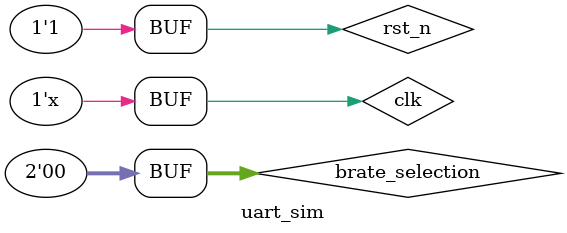
<source format=v>
`timescale 1 ps / 1ps


module uart_sim();
reg clk, rst_n, rx_input;
reg [1:0] brate_selection;
wire [7:0] byte_data;
wire  data_valid ;
wire [10:0] freq_factor;
wire clk_uart;
uart_rx u(
    .clk(clk),
    .rst_n(rst_n),
    .rx_input(rx_input),
    .brate_selection(brate_selection),
    .byte_data(byte_data),
    .data_valid(data_valid)
    ,.freq_factor(freq_factor)
);

clk_div cd(
    .clk(clk),
    .rst_n(rst_n),
    .period(freq_factor),
    .clk_out(clk_uart)
);
reg [3:0] counter;
initial
begin
    clk = 0;
    rst_n = 0;
    rx_input = 1;
    counter = 0;
    brate_selection = 0;
    #5 rst_n = 1;
end

always
begin
    #10 clk = ~clk;
end

always
begin
    counter = counter + 1;
    if(counter >= 8) begin
        #325 rx_input = 1;
        counter = 0;
    end
    else
    #325 rx_input = ~rx_input;
end
endmodule

</source>
